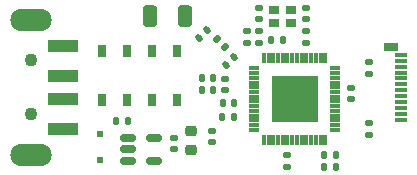
<source format=gbr>
%TF.GenerationSoftware,KiCad,Pcbnew,(6.0.7)*%
%TF.CreationDate,2023-02-09T21:31:32-08:00*%
%TF.ProjectId,ESP_SoC,4553505f-536f-4432-9e6b-696361645f70,rev?*%
%TF.SameCoordinates,Original*%
%TF.FileFunction,Soldermask,Top*%
%TF.FilePolarity,Negative*%
%FSLAX46Y46*%
G04 Gerber Fmt 4.6, Leading zero omitted, Abs format (unit mm)*
G04 Created by KiCad (PCBNEW (6.0.7)) date 2023-02-09 21:31:32*
%MOMM*%
%LPD*%
G01*
G04 APERTURE LIST*
G04 Aperture macros list*
%AMRoundRect*
0 Rectangle with rounded corners*
0 $1 Rounding radius*
0 $2 $3 $4 $5 $6 $7 $8 $9 X,Y pos of 4 corners*
0 Add a 4 corners polygon primitive as box body*
4,1,4,$2,$3,$4,$5,$6,$7,$8,$9,$2,$3,0*
0 Add four circle primitives for the rounded corners*
1,1,$1+$1,$2,$3*
1,1,$1+$1,$4,$5*
1,1,$1+$1,$6,$7*
1,1,$1+$1,$8,$9*
0 Add four rect primitives between the rounded corners*
20,1,$1+$1,$2,$3,$4,$5,0*
20,1,$1+$1,$4,$5,$6,$7,0*
20,1,$1+$1,$6,$7,$8,$9,0*
20,1,$1+$1,$8,$9,$2,$3,0*%
G04 Aperture macros list end*
%ADD10RoundRect,0.140000X0.170000X-0.140000X0.170000X0.140000X-0.170000X0.140000X-0.170000X-0.140000X0*%
%ADD11RoundRect,0.135000X-0.135000X-0.185000X0.135000X-0.185000X0.135000X0.185000X-0.135000X0.185000X0*%
%ADD12C,1.100000*%
%ADD13R,2.500000X1.100000*%
%ADD14O,3.500000X1.900000*%
%ADD15RoundRect,0.147500X-0.172500X0.147500X-0.172500X-0.147500X0.172500X-0.147500X0.172500X0.147500X0*%
%ADD16RoundRect,0.140000X-0.170000X0.140000X-0.170000X-0.140000X0.170000X-0.140000X0.170000X0.140000X0*%
%ADD17RoundRect,0.140000X-0.021213X0.219203X-0.219203X0.021213X0.021213X-0.219203X0.219203X-0.021213X0*%
%ADD18RoundRect,0.147500X-0.226274X-0.017678X-0.017678X-0.226274X0.226274X0.017678X0.017678X0.226274X0*%
%ADD19RoundRect,0.276000X-0.324000X-0.634000X0.324000X-0.634000X0.324000X0.634000X-0.324000X0.634000X0*%
%ADD20RoundRect,0.135000X0.185000X-0.135000X0.185000X0.135000X-0.185000X0.135000X-0.185000X-0.135000X0*%
%ADD21RoundRect,0.225000X-0.250000X0.225000X-0.250000X-0.225000X0.250000X-0.225000X0.250000X0.225000X0*%
%ADD22RoundRect,0.140000X0.140000X0.170000X-0.140000X0.170000X-0.140000X-0.170000X0.140000X-0.170000X0*%
%ADD23R,0.650000X1.050000*%
%ADD24R,0.500000X0.500000*%
%ADD25R,1.150000X0.700000*%
%ADD26R,1.000000X0.380000*%
%ADD27RoundRect,0.150000X-0.512500X-0.150000X0.512500X-0.150000X0.512500X0.150000X-0.512500X0.150000X0*%
%ADD28RoundRect,0.135000X-0.185000X0.135000X-0.185000X-0.135000X0.185000X-0.135000X0.185000X0.135000X0*%
%ADD29R,4.000000X4.000000*%
%ADD30RoundRect,0.022000X-0.088000X-0.383000X0.088000X-0.383000X0.088000X0.383000X-0.088000X0.383000X0*%
%ADD31RoundRect,0.006600X-0.398400X-0.103400X0.398400X-0.103400X0.398400X0.103400X-0.398400X0.103400X0*%
%ADD32R,0.900000X0.800000*%
G04 APERTURE END LIST*
D10*
%TO.C,C16*%
X128750000Y-98770000D03*
X128750000Y-99730000D03*
%TD*%
D11*
%TO.C,R2*%
X118910000Y-101300000D03*
X117890000Y-101300000D03*
%TD*%
D12*
%TO.C,J1*%
X101650000Y-96450000D03*
X101650000Y-101050000D03*
D13*
X104400000Y-102250000D03*
X104400000Y-99750000D03*
X104400000Y-97750000D03*
X104400000Y-95250000D03*
D14*
X101650000Y-104450000D03*
X101650000Y-93050000D03*
%TD*%
D10*
%TO.C,C2*%
X120000000Y-94020000D03*
X120000000Y-94980000D03*
%TD*%
D11*
%TO.C,R4*%
X127510000Y-104500000D03*
X126490000Y-104500000D03*
%TD*%
D15*
%TO.C,L2*%
X118100000Y-98985000D03*
X118100000Y-98015000D03*
%TD*%
D16*
%TO.C,C7*%
X117000000Y-103380000D03*
X117000000Y-102420000D03*
%TD*%
D11*
%TO.C,R3*%
X127510000Y-105500000D03*
X126490000Y-105500000D03*
%TD*%
D10*
%TO.C,C9*%
X125000000Y-94020000D03*
X125000000Y-94980000D03*
%TD*%
D16*
%TO.C,C13*%
X113750000Y-103980000D03*
X113750000Y-103020000D03*
%TD*%
D17*
%TO.C,C3*%
X115910589Y-94589411D03*
X116589411Y-93910589D03*
%TD*%
D16*
%TO.C,C15*%
X125000000Y-92980000D03*
X125000000Y-92020000D03*
%TD*%
D18*
%TO.C,L1*%
X118092947Y-95342947D03*
X117407053Y-94657053D03*
%TD*%
D19*
%TO.C,AE1*%
X114710000Y-92750000D03*
X111790000Y-92750000D03*
%TD*%
D20*
%TO.C,R5*%
X130300000Y-96590000D03*
X130300000Y-97610000D03*
%TD*%
D21*
%TO.C,C8*%
X115250000Y-104025000D03*
X115250000Y-102475000D03*
%TD*%
D22*
%TO.C,C6*%
X117080000Y-99000000D03*
X116120000Y-99000000D03*
%TD*%
D23*
%TO.C,SW2*%
X109825000Y-99825000D03*
X109825000Y-95675000D03*
X107675000Y-95675000D03*
X107675000Y-99825000D03*
%TD*%
%TO.C,SW1*%
X114075000Y-99825000D03*
X114075000Y-95675000D03*
X111925000Y-99825000D03*
X111925000Y-95675000D03*
%TD*%
D24*
%TO.C,D1*%
X107500000Y-102700000D03*
X107500000Y-104900000D03*
%TD*%
D16*
%TO.C,C10*%
X123400000Y-105480000D03*
X123400000Y-104520000D03*
%TD*%
D22*
%TO.C,C5*%
X116120000Y-98000000D03*
X117080000Y-98000000D03*
%TD*%
D25*
%TO.C,P1*%
X132170000Y-95330000D03*
D26*
X133010000Y-101500000D03*
X133010000Y-101000000D03*
X133010000Y-100500000D03*
X133010000Y-100000000D03*
X133010000Y-99500000D03*
X133010000Y-99000000D03*
X133010000Y-98500000D03*
X133010000Y-98000000D03*
X133010000Y-97500000D03*
X133010000Y-97000000D03*
X133010000Y-96500000D03*
X133010000Y-96000000D03*
%TD*%
D27*
%TO.C,U1*%
X112137500Y-103050000D03*
X112137500Y-104950000D03*
X109862500Y-104950000D03*
X109862500Y-104000000D03*
X109862500Y-103050000D03*
%TD*%
D22*
%TO.C,C11*%
X117920000Y-100100000D03*
X118880000Y-100100000D03*
%TD*%
D10*
%TO.C,C14*%
X121000000Y-92000000D03*
X121000000Y-92960000D03*
%TD*%
%TO.C,C1*%
X121000000Y-94020000D03*
X121000000Y-94980000D03*
%TD*%
D28*
%TO.C,R6*%
X130300000Y-102810000D03*
X130300000Y-101790000D03*
%TD*%
D11*
%TO.C,R1*%
X123010000Y-94750000D03*
X121990000Y-94750000D03*
%TD*%
D17*
%TO.C,C4*%
X118160589Y-96839411D03*
X118839411Y-96160589D03*
%TD*%
D29*
%TO.C,U2*%
X124000000Y-99750000D03*
D30*
X121400000Y-96305000D03*
X121800000Y-96305000D03*
X122200000Y-96305000D03*
X122600000Y-96305000D03*
X123000000Y-96305000D03*
X123400000Y-96305000D03*
X123800000Y-96305000D03*
X124200000Y-96305000D03*
X124600000Y-96305000D03*
X125000000Y-96305000D03*
X125400000Y-96305000D03*
X125800000Y-96305000D03*
X126200000Y-96305000D03*
X126600000Y-96305000D03*
D31*
X127445000Y-97150000D03*
X127445000Y-97550000D03*
X127445000Y-97950000D03*
X127445000Y-98350000D03*
X127445000Y-98750000D03*
X127445000Y-99150000D03*
X127445000Y-99550000D03*
X127445000Y-99950000D03*
X127445000Y-100350000D03*
X127445000Y-100750000D03*
X127445000Y-101150000D03*
X127445000Y-101550000D03*
X127445000Y-101950000D03*
X127445000Y-102350000D03*
D30*
X126600000Y-103195000D03*
X126200000Y-103195000D03*
X125800000Y-103195000D03*
X125400000Y-103195000D03*
X125000000Y-103195000D03*
X124600000Y-103195000D03*
X124200000Y-103195000D03*
X123800000Y-103195000D03*
X123400000Y-103195000D03*
X123000000Y-103195000D03*
X122600000Y-103195000D03*
X122200000Y-103195000D03*
X121800000Y-103195000D03*
X121400000Y-103195000D03*
D31*
X120555000Y-102350000D03*
X120555000Y-101950000D03*
X120555000Y-101550000D03*
X120555000Y-101150000D03*
X120555000Y-100750000D03*
X120555000Y-100350000D03*
X120555000Y-99950000D03*
X120555000Y-99550000D03*
X120555000Y-99150000D03*
X120555000Y-98750000D03*
X120555000Y-98350000D03*
X120555000Y-97950000D03*
X120555000Y-97550000D03*
X120555000Y-97150000D03*
%TD*%
D32*
%TO.C,Y1*%
X122300000Y-92200000D03*
X123700000Y-92200000D03*
X123700000Y-93300000D03*
X122300000Y-93300000D03*
%TD*%
D22*
%TO.C,C12*%
X108920000Y-101600000D03*
X109880000Y-101600000D03*
%TD*%
M02*

</source>
